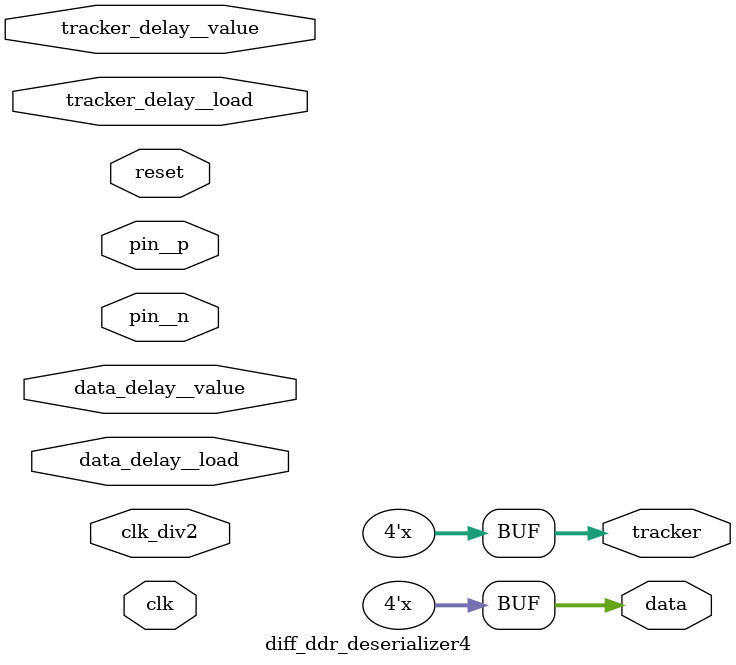
<source format=v>
module diff_ddr_deserializer4( input       clk,
                               input        clk_div2,
                               input        reset,
                               input        pin__p,
                               input        pin__n,
                               input        data_delay__load,
                               input[8:0]   data_delay__value,
                               input        tracker_delay__load,
                               input[8:0]   tracker_delay__value,
                               output [3:0] data,
                               output [3:0] tracker
                               );
   assign data    = data_out[3:0];
   assign tracker = tracker_out[3:0];
   
    (*  ASYNC_REG = "TRUE",  shreg_extract = "no"   *)
    FDPE  #(
        .INIT(1) // Reset value of serial output
    ) reset_sync_0 (
        .PRE (reset),
        .C (clk_div2),
        .CE (1),
        .D (reset),
        .Q (reset__0)
    );
    (*  ASYNC_REG = "TRUE",  shreg_extract = "no"   *)
    FDPE  #(
        .INIT(1) // Reset value of serial output
    ) reset_sync_1 (
        .PRE (reset),
        .C (clk_div2),
        .CE (1),
        .D (reset__0),
        .Q (reset__1)
    );
    (*  ASYNC_REG = "TRUE",  shreg_extract = "no"   *)
    FDPE  #(
        .INIT(1) // Reset value of serial output
    ) reset_sync_2 (
        .PRE (reset),
        .C (clk_div2),
        .CE (1),
        .D (reset__1),
        .Q (reset__2)
    );
    (*  ASYNC_REG = "TRUE",  shreg_extract = "no"   *)
    FDPE  #(
        .INIT(1) // Reset value of serial output
    ) reset_sync_3 (
        .PRE (0),
        .C (clk_div2),
        .CE (1),
        .D (reset__2),
        .Q (reset__sync_clk_div2)
    );
    IBUFDS_DIFF_OUT  diff_io (
        .I (pin__p),
        .IB (pin__n),
        .O (data__p),
        .OB (data__n)
    );
    IDELAYE3  #(
        .DELAY_TYPE("VAR_LOAD"), // Delay to use - if variable then CE, LOAD and INC are used
        .DELAY_VALUE(0), // Delay if fixed (in psec if DELAY_FORMAT is TIME else taps). Up to 512 if taps.
        .DELAY_FORMAT("COUNT"), // If TIME then REFCLK_FREQUENCY is used to determine initial taps; if COUNT then DELAY_VALUE is in taps
        .UPDATE_MODE("ASYNC"), // ASYNC is preferred - MANUAL requires two toggles of load (one to capture the value, one to make it happen)
        .CASCADE("NONE"), // Cascading - and where in the chain it is
        .DELAY_SRC("IDATAIN") // Source of data - IOB or internal signal
    ) data_delay (
        .RST (reset__sync_clk_div2),
        .CLK (clk_div2),
        .DATAOUT (data_delayed),
        .CE (0),
        .INC (0),
        .LOAD (data_delay__load),
        .CNTVALUEIN (data_delay__value),
        .EN_VTC (0),
        .CASC_IN (0),
        .CASC_RETURN (0),
        .DATAIN (0),
        .IDATAIN (data__p)
    );
    ISERDESE3  #(
        .DATA_WIDTH(4), // Width of parallel data
        .FIFO_ENABLE("FALSE") // FIFO enable option - if true tie FIFO_RD_EN to !FIFO_EMPTY and FIFO_RD_CLK to CLKDIV
    ) data_deserializer (
        .RST (reset__sync_clk_div2),
        .CLK (clk),
        .CLK_B (~clk),
        .CLKDIV (clk_div2),
        .D (data_delayed),
        .Q (data_out),
        .FIFO_RD_CLK (0),
        .FIFO_RD_EN (0)
    );
    IDELAYE3  #(
        .DELAY_TYPE("VAR_LOAD"), // Delay to use - if variable then CE, LOAD and INC are used
        .DELAY_VALUE(0), // Delay if fixed (in psec if DELAY_FORMAT is TIME else taps). Up to 512 if taps.
        .DELAY_FORMAT("COUNT"), // If TIME then REFCLK_FREQUENCY is used to determine initial taps; if COUNT then DELAY_VALUE is in taps
        .UPDATE_MODE("ASYNC"), // ASYNC is preferred - MANUAL requires two toggles of load (one to capture the value, one to make it happen)
        .CASCADE("NONE"), // Cascading - and where in the chain it is
        .DELAY_SRC("IDATAIN") // Source of data - IOB or internal signal
    ) tracker_delay (
        .RST (reset__sync_clk_div2),
        .CLK (clk_div2),
        .DATAOUT (tracker_delayed),
        .CE (0),
        .INC (0),
        .LOAD (tracker_delay__load),
        .CNTVALUEIN (tracker_delay__value),
        .EN_VTC (0),
        .CASC_IN (0),
        .CASC_RETURN (0),
        .DATAIN (0),
        .IDATAIN (data__n)
    );
    ISERDESE3  #(
        .DATA_WIDTH(4), // Width of parallel data
        .FIFO_ENABLE("FALSE") // FIFO enable option - if true tie FIFO_RD_EN to !FIFO_EMPTY and FIFO_RD_CLK to CLKDIV
    ) tracker_deserializer (
        .RST (reset__sync_clk_div2),
        .CLK (clk),
        .CLK_B (~clk),
        .CLKDIV (clk_div2),
        .D (tracker_delayed),
        .Q (tracker_out),
        .FIFO_RD_CLK (0),
        .FIFO_RD_EN (0)
    );
endmodule

</source>
